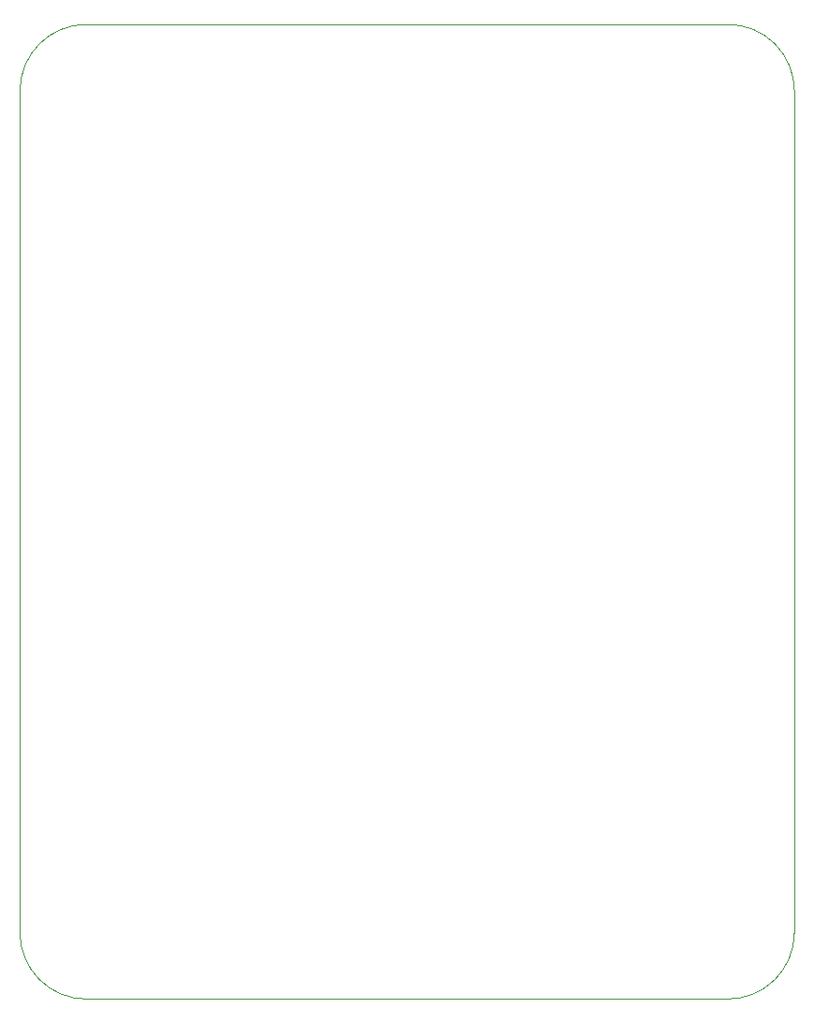
<source format=gm1>
G04 #@! TF.FileFunction,Profile,NP*
%FSLAX46Y46*%
G04 Gerber Fmt 4.6, Leading zero omitted, Abs format (unit mm)*
G04 Created by KiCad (PCBNEW 4.0.7) date Tue Jan 30 12:06:56 2018*
%MOMM*%
%LPD*%
G01*
G04 APERTURE LIST*
%ADD10C,0.100000*%
G04 APERTURE END LIST*
D10*
X162000000Y-26000000D02*
G75*
G03X156000000Y-20000000I-6000000J0D01*
G01*
X98000000Y-20000000D02*
G75*
G03X92000000Y-26000000I0J-6000000D01*
G01*
X92000000Y-102000000D02*
G75*
G03X98000000Y-108000000I6000000J0D01*
G01*
X156000000Y-108000000D02*
G75*
G03X162000000Y-102000000I0J6000000D01*
G01*
X98000000Y-20000000D02*
X156000000Y-20000000D01*
X92000000Y-26000000D02*
X92000000Y-102000000D01*
X98000000Y-108000000D02*
X156000000Y-108000000D01*
X162000000Y-26000000D02*
X162000000Y-102000000D01*
M02*

</source>
